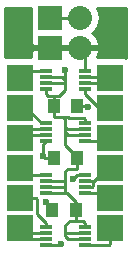
<source format=gtl>
%TF.GenerationSoftware,KiCad,Pcbnew,4.0.4+e1-6308~48~ubuntu16.04.1-stable*%
%TF.CreationDate,2016-10-27T02:26:11-07:00*%
%TF.ProjectId,74LVC1G79GW,37344C56433147373947572E6B696361,rev?*%
%TF.FileFunction,Copper,L1,Top,Signal*%
%FSLAX46Y46*%
G04 Gerber Fmt 4.6, Leading zero omitted, Abs format (unit mm)*
G04 Created by KiCad (PCBNEW 4.0.4+e1-6308~48~ubuntu16.04.1-stable) date Thu Oct 27 02:26:11 2016*
%MOMM*%
%LPD*%
G01*
G04 APERTURE LIST*
%ADD10C,0.100000*%
%ADD11R,2.032000X2.032000*%
%ADD12O,2.032000X2.032000*%
%ADD13R,2.235200X2.235200*%
%ADD14R,1.000000X1.250000*%
%ADD15R,1.000000X0.300000*%
%ADD16C,0.600000*%
%ADD17C,0.250000*%
%ADD18C,0.254000*%
G04 APERTURE END LIST*
D10*
D11*
X236220000Y-83820000D03*
D12*
X238760000Y-83820000D03*
D11*
X236220000Y-86360000D03*
D12*
X238760000Y-86360000D03*
D13*
X241300000Y-91440000D03*
X241300000Y-88900000D03*
X233680000Y-91440000D03*
X233680000Y-93980000D03*
X233680000Y-99060000D03*
X233680000Y-101600000D03*
X241300000Y-99060000D03*
X241300000Y-96520000D03*
X233680000Y-88900000D03*
X241300000Y-93980000D03*
X241300000Y-101600000D03*
X233680000Y-96520000D03*
D14*
X236500000Y-91300000D03*
X238500000Y-91300000D03*
X238500000Y-95700000D03*
X236500000Y-95700000D03*
X238400000Y-100100000D03*
X236400000Y-100100000D03*
D15*
X239150000Y-89850000D03*
X239150000Y-89350000D03*
X239150000Y-88850000D03*
X239150000Y-88350000D03*
X235850000Y-88350000D03*
X235850000Y-88850000D03*
X235850000Y-89350000D03*
X235850000Y-89850000D03*
X235850000Y-92750000D03*
X235850000Y-93250000D03*
X235850000Y-93750000D03*
X235850000Y-94250000D03*
X239150000Y-94250000D03*
X239150000Y-93750000D03*
X239150000Y-93250000D03*
X239150000Y-92750000D03*
X235850000Y-101550000D03*
X235850000Y-102050000D03*
X235850000Y-102550000D03*
X235850000Y-103050000D03*
X239150000Y-103050000D03*
X239150000Y-102550000D03*
X239150000Y-102050000D03*
X239150000Y-101550000D03*
X239150000Y-98650000D03*
X239150000Y-98150000D03*
X239150000Y-97650000D03*
X239150000Y-97150000D03*
X235850000Y-97150000D03*
X235850000Y-97650000D03*
X235850000Y-98150000D03*
X235850000Y-98650000D03*
D16*
X237500000Y-88200000D03*
X237100000Y-103000000D03*
X238149998Y-97500000D03*
X235900000Y-99400000D03*
X235600000Y-95500000D03*
X239400000Y-91400000D03*
D17*
X237500000Y-98650000D02*
X237500000Y-98100000D01*
X237500000Y-98100000D02*
X237500000Y-97700000D01*
X235850000Y-98150000D02*
X237450000Y-98150000D01*
X237450000Y-98150000D02*
X237500000Y-98100000D01*
X237500000Y-97700000D02*
X237500000Y-96800000D01*
X235850000Y-97650000D02*
X237450000Y-97650000D01*
X237450000Y-97650000D02*
X237500000Y-97700000D01*
X237500000Y-96800000D02*
X237696616Y-96603384D01*
X237696616Y-96603384D02*
X238471616Y-96603384D01*
X238471616Y-96603384D02*
X238500000Y-96575000D01*
X238500000Y-96575000D02*
X238500000Y-95700000D01*
X237500000Y-98650000D02*
X237350000Y-98650000D01*
X237650000Y-98650000D02*
X237500000Y-98650000D01*
X238400000Y-99400000D02*
X237650000Y-98650000D01*
X238400000Y-100100000D02*
X238400000Y-99400000D01*
X235850000Y-98650000D02*
X237350000Y-98650000D01*
X237500000Y-102000000D02*
X237500000Y-101400000D01*
X237500000Y-101400000D02*
X237900000Y-101000000D01*
X237900000Y-101000000D02*
X238375000Y-101000000D01*
X237500000Y-102300000D02*
X237500000Y-102000000D01*
X237550000Y-102050000D02*
X237500000Y-102000000D01*
X239150000Y-102050000D02*
X237550000Y-102050000D01*
X239150000Y-101550000D02*
X239150000Y-101150000D01*
X239150000Y-101150000D02*
X239000000Y-101000000D01*
X239000000Y-101000000D02*
X238375000Y-101000000D01*
X238375000Y-101000000D02*
X238400000Y-100975000D01*
X238400000Y-100975000D02*
X238400000Y-100100000D01*
X237750000Y-102550000D02*
X237500000Y-102300000D01*
X239150000Y-102550000D02*
X237750000Y-102550000D01*
X237500000Y-89100000D02*
X237500000Y-88200000D01*
X236220000Y-83820000D02*
X237486000Y-83820000D01*
X237486000Y-83820000D02*
X238760000Y-83820000D01*
X237500000Y-93500000D02*
X237500000Y-94575000D01*
X237500000Y-94575000D02*
X238500000Y-95575000D01*
X238500000Y-95575000D02*
X238500000Y-95700000D01*
X237500000Y-93500000D02*
X237500000Y-93100000D01*
X237500000Y-93100000D02*
X237500000Y-92400000D01*
X239150000Y-93250000D02*
X237650000Y-93250000D01*
X237650000Y-93250000D02*
X237500000Y-93100000D01*
X237300000Y-92200000D02*
X237689998Y-92200000D01*
X237689998Y-92200000D02*
X237789998Y-92300000D01*
X237789998Y-92300000D02*
X239100000Y-92300000D01*
X239150000Y-92750000D02*
X239150000Y-92350000D01*
X239150000Y-92350000D02*
X239100000Y-92300000D01*
X239150000Y-93750000D02*
X237750000Y-93750000D01*
X237750000Y-93750000D02*
X237500000Y-93500000D01*
X237500000Y-92400000D02*
X237300000Y-92200000D01*
X237300000Y-92200000D02*
X236525000Y-92200000D01*
X236525000Y-92200000D02*
X236500000Y-92175000D01*
X236500000Y-92175000D02*
X236500000Y-91300000D01*
X237500000Y-89100000D02*
X237500000Y-89300000D01*
X237500000Y-89300000D02*
X237500000Y-89900000D01*
X235850000Y-89350000D02*
X237450000Y-89350000D01*
X237450000Y-89350000D02*
X237500000Y-89300000D01*
X235850000Y-89850000D02*
X235850000Y-90250000D01*
X235850000Y-90250000D02*
X236000000Y-90400000D01*
X236000000Y-90400000D02*
X236525000Y-90400000D01*
X237000000Y-90400000D02*
X236525000Y-90400000D01*
X236525000Y-90400000D02*
X236500000Y-90425000D01*
X236500000Y-90425000D02*
X236500000Y-91300000D01*
X237500000Y-89900000D02*
X237000000Y-90400000D01*
X237250000Y-88850000D02*
X237500000Y-89100000D01*
X235850000Y-88850000D02*
X237250000Y-88850000D01*
X235850000Y-103050000D02*
X237050000Y-103050000D01*
X237050000Y-103050000D02*
X237100000Y-103000000D01*
X239150000Y-97150000D02*
X238499998Y-97150000D01*
X238499998Y-97150000D02*
X238149998Y-97500000D01*
X236400000Y-100100000D02*
X236400000Y-99900000D01*
X236400000Y-99900000D02*
X235900000Y-99400000D01*
X239150000Y-88350000D02*
X239150000Y-86750000D01*
X239150000Y-86750000D02*
X238760000Y-86360000D01*
X235600000Y-95500000D02*
X235600000Y-94500000D01*
X235600000Y-94500000D02*
X235850000Y-94250000D01*
X236500000Y-95700000D02*
X235800000Y-95700000D01*
X235800000Y-95700000D02*
X235600000Y-95500000D01*
X238500000Y-91300000D02*
X239300000Y-91300000D01*
X239300000Y-91300000D02*
X239400000Y-91400000D01*
X239150000Y-89850000D02*
X239150000Y-90250000D01*
X239150000Y-90250000D02*
X240340000Y-91440000D01*
X240340000Y-91440000D02*
X241300000Y-91440000D01*
X239150000Y-88850000D02*
X241250000Y-88850000D01*
X241250000Y-88850000D02*
X241300000Y-88900000D01*
X239150000Y-89350000D02*
X240850000Y-89350000D01*
X240850000Y-89350000D02*
X241300000Y-88900000D01*
X235850000Y-88350000D02*
X234230000Y-88350000D01*
X234230000Y-88350000D02*
X233680000Y-88900000D01*
X235850000Y-92750000D02*
X235500000Y-92750000D01*
X235500000Y-92750000D02*
X234190000Y-91440000D01*
X234190000Y-91440000D02*
X233680000Y-91440000D01*
X235850000Y-93750000D02*
X233910000Y-93750000D01*
X233910000Y-93750000D02*
X233680000Y-93980000D01*
X235850000Y-93250000D02*
X234410000Y-93250000D01*
X234410000Y-93250000D02*
X233680000Y-93980000D01*
X235850000Y-101550000D02*
X235850000Y-101150000D01*
X235850000Y-101150000D02*
X235122601Y-100422601D01*
X235122601Y-100422601D02*
X235122601Y-99135001D01*
X235122601Y-99135001D02*
X235047600Y-99060000D01*
X235047600Y-99060000D02*
X233680000Y-99060000D01*
X235850000Y-102550000D02*
X234630000Y-102550000D01*
X234630000Y-102550000D02*
X233680000Y-101600000D01*
X235850000Y-102050000D02*
X234130000Y-102050000D01*
X234130000Y-102050000D02*
X233680000Y-101600000D01*
X239150000Y-98650000D02*
X240890000Y-98650000D01*
X240890000Y-98650000D02*
X241300000Y-99060000D01*
X239857399Y-98042601D02*
X239857399Y-97692601D01*
X239857399Y-97692601D02*
X239900000Y-97650000D01*
X239274999Y-98174999D02*
X239725001Y-98174999D01*
X239725001Y-98174999D02*
X239857399Y-98042601D01*
X239150000Y-98150000D02*
X239250000Y-98150000D01*
X239250000Y-98150000D02*
X239274999Y-98174999D01*
X239150000Y-97650000D02*
X239900000Y-97650000D01*
X239900000Y-97650000D02*
X241030000Y-96520000D01*
X241030000Y-96520000D02*
X241300000Y-96520000D01*
X239150000Y-94250000D02*
X241030000Y-94250000D01*
X241030000Y-94250000D02*
X241300000Y-93980000D01*
X239150000Y-103050000D02*
X241217600Y-103050000D01*
X241217600Y-103050000D02*
X241300000Y-102967600D01*
X241300000Y-102967600D02*
X241300000Y-101600000D01*
X235850000Y-97150000D02*
X234310000Y-97150000D01*
X234310000Y-97150000D02*
X233680000Y-96520000D01*
D18*
G36*
X236527000Y-99973000D02*
X236547000Y-99973000D01*
X236547000Y-100227000D01*
X236527000Y-100227000D01*
X236527000Y-100247000D01*
X236273000Y-100247000D01*
X236273000Y-100227000D01*
X236253000Y-100227000D01*
X236253000Y-99973000D01*
X236273000Y-99973000D01*
X236273000Y-99953000D01*
X236527000Y-99953000D01*
X236527000Y-99973000D01*
X236527000Y-99973000D01*
G37*
X236527000Y-99973000D02*
X236547000Y-99973000D01*
X236547000Y-100227000D01*
X236527000Y-100227000D01*
X236527000Y-100247000D01*
X236273000Y-100247000D01*
X236273000Y-100227000D01*
X236253000Y-100227000D01*
X236253000Y-99973000D01*
X236273000Y-99973000D01*
X236273000Y-99953000D01*
X236527000Y-99953000D01*
X236527000Y-99973000D01*
G36*
X236627000Y-95573000D02*
X236647000Y-95573000D01*
X236647000Y-95827000D01*
X236627000Y-95827000D01*
X236627000Y-95847000D01*
X236373000Y-95847000D01*
X236373000Y-95827000D01*
X236353000Y-95827000D01*
X236353000Y-95573000D01*
X236373000Y-95573000D01*
X236373000Y-95553000D01*
X236627000Y-95553000D01*
X236627000Y-95573000D01*
X236627000Y-95573000D01*
G37*
X236627000Y-95573000D02*
X236647000Y-95573000D01*
X236647000Y-95827000D01*
X236627000Y-95827000D01*
X236627000Y-95847000D01*
X236373000Y-95847000D01*
X236373000Y-95827000D01*
X236353000Y-95827000D01*
X236353000Y-95573000D01*
X236373000Y-95573000D01*
X236373000Y-95553000D01*
X236627000Y-95553000D01*
X236627000Y-95573000D01*
G36*
X238627000Y-91173000D02*
X238647000Y-91173000D01*
X238647000Y-91427000D01*
X238627000Y-91427000D01*
X238627000Y-91447000D01*
X238373000Y-91447000D01*
X238373000Y-91427000D01*
X238353000Y-91427000D01*
X238353000Y-91173000D01*
X238373000Y-91173000D01*
X238373000Y-91153000D01*
X238627000Y-91153000D01*
X238627000Y-91173000D01*
X238627000Y-91173000D01*
G37*
X238627000Y-91173000D02*
X238647000Y-91173000D01*
X238647000Y-91427000D01*
X238627000Y-91427000D01*
X238627000Y-91447000D01*
X238373000Y-91447000D01*
X238373000Y-91427000D01*
X238353000Y-91427000D01*
X238353000Y-91173000D01*
X238373000Y-91173000D01*
X238373000Y-91153000D01*
X238627000Y-91153000D01*
X238627000Y-91173000D01*
G36*
X234556560Y-84836000D02*
X234600838Y-85071317D01*
X234618355Y-85098539D01*
X234569000Y-85217691D01*
X234569000Y-86074250D01*
X234727750Y-86233000D01*
X236093000Y-86233000D01*
X236093000Y-86213000D01*
X236347000Y-86213000D01*
X236347000Y-86233000D01*
X238633000Y-86233000D01*
X238633000Y-86213000D01*
X238887000Y-86213000D01*
X238887000Y-86233000D01*
X240247367Y-86233000D01*
X240365983Y-85977054D01*
X240097188Y-85391621D01*
X239793026Y-85109586D01*
X239927433Y-85019778D01*
X240285325Y-84484155D01*
X240411000Y-83852345D01*
X240411000Y-83787655D01*
X240285325Y-83155845D01*
X240185202Y-83006000D01*
X242622000Y-83006000D01*
X242622000Y-87176352D01*
X242417600Y-87134960D01*
X240185994Y-87134960D01*
X240365983Y-86742946D01*
X240247367Y-86487000D01*
X238887000Y-86487000D01*
X238887000Y-86507000D01*
X238633000Y-86507000D01*
X238633000Y-86487000D01*
X236347000Y-86487000D01*
X236347000Y-86507000D01*
X236093000Y-86507000D01*
X236093000Y-86487000D01*
X234727750Y-86487000D01*
X234569000Y-86645750D01*
X234569000Y-87134960D01*
X232562400Y-87134960D01*
X232358000Y-87173421D01*
X232358000Y-83006000D01*
X234556560Y-83006000D01*
X234556560Y-84836000D01*
X234556560Y-84836000D01*
G37*
X234556560Y-84836000D02*
X234600838Y-85071317D01*
X234618355Y-85098539D01*
X234569000Y-85217691D01*
X234569000Y-86074250D01*
X234727750Y-86233000D01*
X236093000Y-86233000D01*
X236093000Y-86213000D01*
X236347000Y-86213000D01*
X236347000Y-86233000D01*
X238633000Y-86233000D01*
X238633000Y-86213000D01*
X238887000Y-86213000D01*
X238887000Y-86233000D01*
X240247367Y-86233000D01*
X240365983Y-85977054D01*
X240097188Y-85391621D01*
X239793026Y-85109586D01*
X239927433Y-85019778D01*
X240285325Y-84484155D01*
X240411000Y-83852345D01*
X240411000Y-83787655D01*
X240285325Y-83155845D01*
X240185202Y-83006000D01*
X242622000Y-83006000D01*
X242622000Y-87176352D01*
X242417600Y-87134960D01*
X240185994Y-87134960D01*
X240365983Y-86742946D01*
X240247367Y-86487000D01*
X238887000Y-86487000D01*
X238887000Y-86507000D01*
X238633000Y-86507000D01*
X238633000Y-86487000D01*
X236347000Y-86487000D01*
X236347000Y-86507000D01*
X236093000Y-86507000D01*
X236093000Y-86487000D01*
X234727750Y-86487000D01*
X234569000Y-86645750D01*
X234569000Y-87134960D01*
X232562400Y-87134960D01*
X232358000Y-87173421D01*
X232358000Y-83006000D01*
X234556560Y-83006000D01*
X234556560Y-84836000D01*
M02*

</source>
